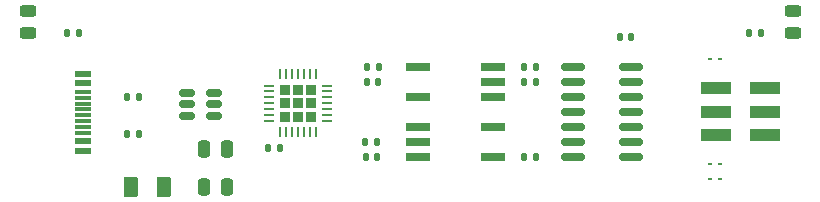
<source format=gbr>
%TF.GenerationSoftware,KiCad,Pcbnew,8.0.4+dfsg-1*%
%TF.CreationDate,2024-10-16T21:23:15+02:00*%
%TF.ProjectId,usb-serial,7573622d-7365-4726-9961-6c2e6b696361,rev?*%
%TF.SameCoordinates,Original*%
%TF.FileFunction,Paste,Top*%
%TF.FilePolarity,Positive*%
%FSLAX46Y46*%
G04 Gerber Fmt 4.6, Leading zero omitted, Abs format (unit mm)*
G04 Created by KiCad (PCBNEW 8.0.4+dfsg-1) date 2024-10-16 21:23:15*
%MOMM*%
%LPD*%
G01*
G04 APERTURE LIST*
G04 Aperture macros list*
%AMRoundRect*
0 Rectangle with rounded corners*
0 $1 Rounding radius*
0 $2 $3 $4 $5 $6 $7 $8 $9 X,Y pos of 4 corners*
0 Add a 4 corners polygon primitive as box body*
4,1,4,$2,$3,$4,$5,$6,$7,$8,$9,$2,$3,0*
0 Add four circle primitives for the rounded corners*
1,1,$1+$1,$2,$3*
1,1,$1+$1,$4,$5*
1,1,$1+$1,$6,$7*
1,1,$1+$1,$8,$9*
0 Add four rect primitives between the rounded corners*
20,1,$1+$1,$2,$3,$4,$5,0*
20,1,$1+$1,$4,$5,$6,$7,0*
20,1,$1+$1,$6,$7,$8,$9,0*
20,1,$1+$1,$8,$9,$2,$3,0*%
G04 Aperture macros list end*
%ADD10RoundRect,0.135000X-0.135000X-0.185000X0.135000X-0.185000X0.135000X0.185000X-0.135000X0.185000X0*%
%ADD11RoundRect,0.243750X0.456250X-0.243750X0.456250X0.243750X-0.456250X0.243750X-0.456250X-0.243750X0*%
%ADD12RoundRect,0.062500X0.117500X0.062500X-0.117500X0.062500X-0.117500X-0.062500X0.117500X-0.062500X0*%
%ADD13RoundRect,0.135000X0.135000X0.185000X-0.135000X0.185000X-0.135000X-0.185000X0.135000X-0.185000X0*%
%ADD14RoundRect,0.140000X-0.140000X-0.170000X0.140000X-0.170000X0.140000X0.170000X-0.140000X0.170000X0*%
%ADD15RoundRect,0.140000X0.140000X0.170000X-0.140000X0.170000X-0.140000X-0.170000X0.140000X-0.170000X0*%
%ADD16RoundRect,0.225000X-0.225000X-0.225000X0.225000X-0.225000X0.225000X0.225000X-0.225000X0.225000X0*%
%ADD17RoundRect,0.062500X-0.337500X-0.062500X0.337500X-0.062500X0.337500X0.062500X-0.337500X0.062500X0*%
%ADD18RoundRect,0.062500X-0.062500X-0.337500X0.062500X-0.337500X0.062500X0.337500X-0.062500X0.337500X0*%
%ADD19RoundRect,0.250000X0.250000X0.475000X-0.250000X0.475000X-0.250000X-0.475000X0.250000X-0.475000X0*%
%ADD20R,2.000000X0.640000*%
%ADD21R,2.580000X1.000000*%
%ADD22RoundRect,0.250000X-0.250000X-0.475000X0.250000X-0.475000X0.250000X0.475000X-0.250000X0.475000X0*%
%ADD23R,1.450000X0.600000*%
%ADD24R,1.450000X0.300000*%
%ADD25RoundRect,0.150000X0.512500X0.150000X-0.512500X0.150000X-0.512500X-0.150000X0.512500X-0.150000X0*%
%ADD26RoundRect,0.150000X-0.825000X-0.150000X0.825000X-0.150000X0.825000X0.150000X-0.825000X0.150000X0*%
%ADD27RoundRect,0.250000X0.375000X0.625000X-0.375000X0.625000X-0.375000X-0.625000X0.375000X-0.625000X0*%
G04 APERTURE END LIST*
D10*
%TO.C,R2*%
X30480000Y-23495000D03*
X31500000Y-23495000D03*
%TD*%
D11*
%TO.C,D2*%
X66675000Y-14272500D03*
X66675000Y-12397500D03*
%TD*%
D12*
%TO.C,D3*%
X59690000Y-16510000D03*
X60530000Y-16510000D03*
%TD*%
%TO.C,D4*%
X59690000Y-25400000D03*
X60530000Y-25400000D03*
%TD*%
D13*
%TO.C,R3*%
X11305000Y-19685000D03*
X10285000Y-19685000D03*
%TD*%
D10*
%TO.C,R7*%
X62990000Y-14272500D03*
X64010000Y-14272500D03*
%TD*%
D13*
%TO.C,R12*%
X6225000Y-14272500D03*
X5205000Y-14272500D03*
%TD*%
D14*
%TO.C,C3*%
X30605000Y-18415000D03*
X31565000Y-18415000D03*
%TD*%
D11*
%TO.C,D1*%
X1905000Y-14272500D03*
X1905000Y-12397500D03*
%TD*%
D15*
%TO.C,C4*%
X52987500Y-14605000D03*
X52027500Y-14605000D03*
%TD*%
D16*
%TO.C,U6*%
X23645000Y-19110000D03*
X23645000Y-20230000D03*
X23645000Y-21350000D03*
X24765000Y-19110000D03*
X24765000Y-20230000D03*
X24765000Y-21350000D03*
X25885000Y-19110000D03*
X25885000Y-20230000D03*
X25885000Y-21350000D03*
D17*
X22315000Y-18730000D03*
X22315000Y-19230000D03*
X22315000Y-19730000D03*
X22315000Y-20230000D03*
X22315000Y-20730000D03*
X22315000Y-21230000D03*
X22315000Y-21730000D03*
D18*
X23265000Y-22680000D03*
X23765000Y-22680000D03*
X24265000Y-22680000D03*
X24765000Y-22680000D03*
X25265000Y-22680000D03*
X25765000Y-22680000D03*
X26265000Y-22680000D03*
D17*
X27215000Y-21730000D03*
X27215000Y-21230000D03*
X27215000Y-20730000D03*
X27215000Y-20230000D03*
X27215000Y-19730000D03*
X27215000Y-19230000D03*
X27215000Y-18730000D03*
D18*
X26265000Y-17780000D03*
X25765000Y-17780000D03*
X25265000Y-17780000D03*
X24765000Y-17780000D03*
X24265000Y-17780000D03*
X23765000Y-17780000D03*
X23265000Y-17780000D03*
%TD*%
D12*
%TO.C,D5*%
X59690000Y-26670000D03*
X60530000Y-26670000D03*
%TD*%
D19*
%TO.C,C2*%
X18730000Y-27305000D03*
X16830000Y-27305000D03*
%TD*%
D15*
%TO.C,C12*%
X31470000Y-24765000D03*
X30510000Y-24765000D03*
%TD*%
D10*
%TO.C,R1*%
X30605000Y-17145000D03*
X31625000Y-17145000D03*
%TD*%
D13*
%TO.C,R5*%
X44960000Y-18415000D03*
X43940000Y-18415000D03*
%TD*%
%TO.C,R9*%
X23245000Y-24040000D03*
X22225000Y-24040000D03*
%TD*%
%TO.C,R4*%
X11305000Y-22860000D03*
X10285000Y-22860000D03*
%TD*%
D20*
%TO.C,U1*%
X34950000Y-17145000D03*
X34950000Y-19685000D03*
X41250000Y-19685000D03*
X41250000Y-18415000D03*
X41250000Y-17145000D03*
%TD*%
D21*
%TO.C,J1*%
X60145000Y-18955000D03*
X64315000Y-18955000D03*
X60145000Y-20955000D03*
X64315000Y-20955000D03*
X60145000Y-22955000D03*
X64315000Y-22955000D03*
%TD*%
D20*
%TO.C,U2*%
X41250000Y-24765000D03*
X41250000Y-22225000D03*
X34950000Y-22225000D03*
X34950000Y-23495000D03*
X34950000Y-24765000D03*
%TD*%
D10*
%TO.C,R6*%
X43940000Y-24765000D03*
X44960000Y-24765000D03*
%TD*%
D22*
%TO.C,C1*%
X16830000Y-24130000D03*
X18730000Y-24130000D03*
%TD*%
D23*
%TO.C,USB1*%
X6585000Y-17750000D03*
X6585000Y-18550000D03*
D24*
X6585000Y-19750000D03*
X6585000Y-20750000D03*
X6585000Y-21250000D03*
X6585000Y-22250000D03*
D23*
X6585000Y-23450000D03*
X6585000Y-24250000D03*
D24*
X6585000Y-22750000D03*
X6585000Y-21750000D03*
X6585000Y-20250000D03*
X6585000Y-19250000D03*
%TD*%
D25*
%TO.C,U3*%
X17647500Y-21270000D03*
X17647500Y-20320000D03*
X17647500Y-19370000D03*
X15372500Y-19370000D03*
X15372500Y-20320000D03*
X15372500Y-21270000D03*
%TD*%
D14*
%TO.C,C7*%
X43950000Y-17145000D03*
X44910000Y-17145000D03*
%TD*%
D26*
%TO.C,U4*%
X48037500Y-17145000D03*
X48037500Y-18415000D03*
X48037500Y-19685000D03*
X48037500Y-20955000D03*
X48037500Y-22225000D03*
X48037500Y-23495000D03*
X48037500Y-24765000D03*
X52987500Y-24765000D03*
X52987500Y-23495000D03*
X52987500Y-22225000D03*
X52987500Y-20955000D03*
X52987500Y-19685000D03*
X52987500Y-18415000D03*
X52987500Y-17145000D03*
%TD*%
D27*
%TO.C,F1*%
X13465000Y-27305000D03*
X10665000Y-27305000D03*
%TD*%
M02*

</source>
